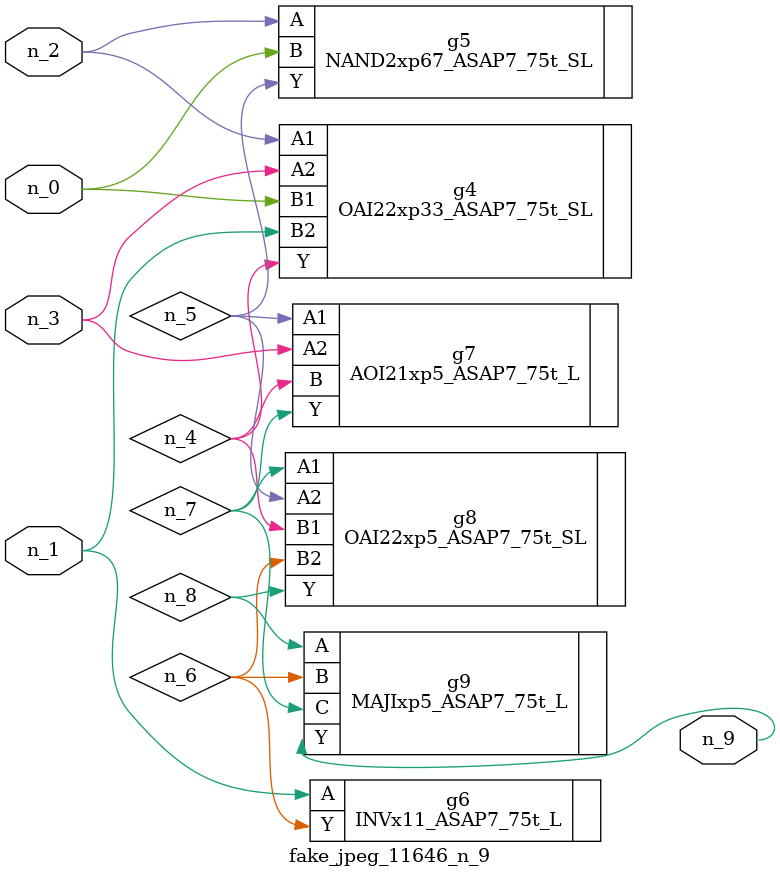
<source format=v>
module fake_jpeg_11646_n_9 (n_0, n_3, n_2, n_1, n_9);

input n_0;
input n_3;
input n_2;
input n_1;

output n_9;

wire n_4;
wire n_8;
wire n_6;
wire n_5;
wire n_7;

OAI22xp33_ASAP7_75t_SL g4 ( 
.A1(n_2),
.A2(n_3),
.B1(n_0),
.B2(n_1),
.Y(n_4)
);

NAND2xp67_ASAP7_75t_SL g5 ( 
.A(n_2),
.B(n_0),
.Y(n_5)
);

INVx11_ASAP7_75t_L g6 ( 
.A(n_1),
.Y(n_6)
);

AOI21xp5_ASAP7_75t_L g7 ( 
.A1(n_5),
.A2(n_3),
.B(n_4),
.Y(n_7)
);

OAI22xp5_ASAP7_75t_SL g8 ( 
.A1(n_7),
.A2(n_5),
.B1(n_4),
.B2(n_6),
.Y(n_8)
);

MAJIxp5_ASAP7_75t_L g9 ( 
.A(n_8),
.B(n_6),
.C(n_7),
.Y(n_9)
);


endmodule
</source>
